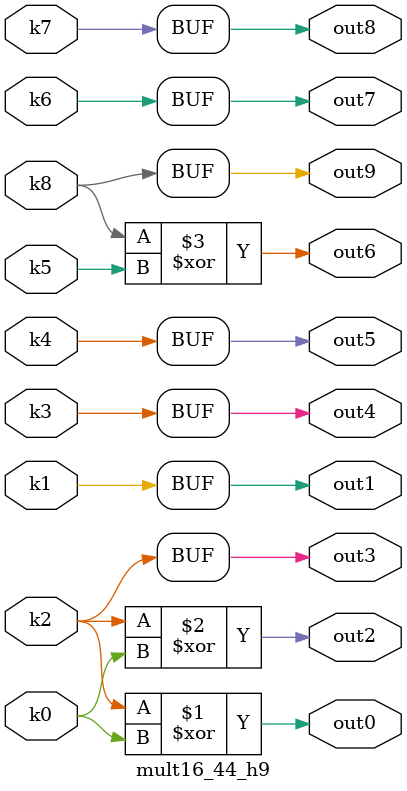
<source format=v>
module mult16_44(pi00, pi01, pi02, pi03, pi04, pi05, pi06, pi07, pi08, pi09, pi10, pi11, pi12, pi13, po00, po01, po02, po03, po04, po05, po06, po07, po08, po09);
input pi00, pi01, pi02, pi03, pi04, pi05, pi06, pi07, pi08, pi09, pi10, pi11, pi12, pi13;
output po00, po01, po02, po03, po04, po05, po06, po07, po08, po09;
wire k0, k1, k2, k3, k4, k5, k6, k7, k8;
mult16_44_w9 DUT1 (pi00, pi01, pi02, pi03, pi04, pi05, pi06, pi07, pi08, pi09, pi10, pi11, pi12, pi13, k0, k1, k2, k3, k4, k5, k6, k7, k8);
mult16_44_h9 DUT2 (k0, k1, k2, k3, k4, k5, k6, k7, k8, po00, po01, po02, po03, po04, po05, po06, po07, po08, po09);
endmodule

module mult16_44_w9(in13, in12, in11, in10, in9, in8, in7, in6, in5, in4, in3, in2, in1, in0, k8, k7, k6, k5, k4, k3, k2, k1, k0);
input in13, in12, in11, in10, in9, in8, in7, in6, in5, in4, in3, in2, in1, in0;
output k8, k7, k6, k5, k4, k3, k2, k1, k0;
assign k0 =   (~in12 | (~in6 & (~in7 | ((~in11 | ~in8) & (~in9 | ~in10))))) & in0 & (~in11 | ~in8 | ~in9 | ~in10);
assign k1 =   (in4 & ((in1 & ((~in3 & ((((in11 & in2 & in6) | (~in2 & ~in6)) & (~in7 | ~in10 | ~in8)) | (~in2 & (~in11 | (in7 & in10 & in8 & in6))))) | (~in6 & ((in7 & in11 & (in3 | (in10 & in8 & in2))) | (in10 & in8 & in3))) | (in10 & in8 & ~in11 & in3))) | (in11 & ((in7 & ~in6 & ((in10 & in8 & in3) | (~in2 & ~in3 & ~in1))) | (in6 & (((~in10 | ~in8) & ((~in7 & (in3 | (~in2 & ~in1))) | (in3 & ~in1))) | (~in1 & ((~in7 & in3) | (in10 & in8 & in2 & ~in3))))))) | (~in3 & ~in1 & ((in7 & in2 & in6 & (~in10 | ~in8)) | (~in2 & ~in6 & in10 & in8))))) | (~in4 & ((((~in3 & ~in1) | (~in2 & in3 & in1)) & (~in11 | (in7 & in10 & in8 & in6) | (~in6 & (~in7 | ~in10 | ~in8)))) | (~in1 & (in2 ? ((in10 & in8) ? (in11 & in6 & in3) : (~in11 | (~in7 & ~in6) | (in7 & in6 & in3))) : ((in10 & in8 & (~in11 | (~in6 & in3))) | (~in6 & in3 & in7 & in11)))) | ((~in10 | ~in8) & ((in6 & in1 & ((in11 & in2 & in3) | (in7 & ~in3))) | (~in3 & (~in11 | (~in7 & ~in6))))) | (in11 & in6 & in1 & ((~in7 & in2 & in3) | (in10 & in8 & ~in3))))) | (in10 & in8 & ((in7 & in11 & in2 & ~in6 & in3 & in1) | (~in3 & ~in1 & ~in11 & ~in2))) | (~in1 & (~in10 | ~in8) & ((~in7 & ((in6 & in3 & in11 & ~in2) | (in2 & ~in6 & ~in3))) | (~in11 & in2 & ~in3)));
assign k2 =   ((~in11 | ~in8 | ~in10 | ~in9) & ((~in7 & ((in12 & in6 & in0) | (~in6 & ~in0))) | (~in12 & ~in0))) | (((in12 & in6 & in0) | (~in6 & ~in0)) & (~in11 | ~in8) & (~in10 | ~in9)) | (in7 & ((in12 & ~in6 & in0 & ((in11 & in8) | (in10 & in9))) | (in6 & ~in0 & ((in11 & in8 & (~in10 | ~in9)) | (in10 & in9 & (~in11 | ~in8)))))) | (in11 & in8 & in10 & in9 & ((in0 & (~in12 | ~in6)) | (in12 & in6 & ~in0)));
assign k3 =   ((in2 ^ in1) & (((~in4 ^ in3) & ((in10 & in8) ^ (~in11 | ~in7))) | ((in4 ^ in3) & ((in11 & in7 & (~in10 | ~in8)) | (in10 & in8 & (~in11 | ~in7)))))) | ((~in2 ^ in1) & ((((in10 & in8) ^ (~in11 | ~in7)) & (in4 ^ in3)) | ((~in4 ^ in3) & ((in11 & in7 & (~in10 | ~in8)) | (in10 & in8 & (~in11 | ~in7))))));
assign k4 =   in2 & (((~in10 | ~in8) & ((in1 & (~in11 | ~in7)) | (in11 & in7 & ~in1))) | (in10 & in8 & ((~in1 & (~in11 | ~in7)) | (in11 & in7 & in1))));
assign k5 =   ~in5 & (~in7 | ~in13) & (~in11 | ~in9);
assign k6 =   in13 & in6;
assign k7 =   ((~in10 | ~in9) & ((in12 & in7 & (~in11 | ~in8)) | (in11 & in8 & (~in12 | ~in7)))) | (in10 & in9 & (((~in11 | ~in8) & (~in12 | ~in7)) | (in12 & in11 & in8 & in7)));
assign k8 =   ((~in11 | ~in9) & ((in5 & (~in13 | ~in7)) | (in13 & in7 & ~in5))) | (in11 & in9 & ((~in5 & (~in13 | ~in7)) | (in13 & in7 & in5)));
endmodule

module mult16_44_h9(k8, k7, k6, k5, k4, k3, k2, k1, k0, out9, out8, out7, out6, out5, out4, out3, out2, out1, out0);
input k8, k7, k6, k5, k4, k3, k2, k1, k0;
output out9, out8, out7, out6, out5, out4, out3, out2, out1, out0;
assign out0 = k2 ^ k0;
assign out1 = k1;
assign out2 = k2 ^ k0;
assign out3 = k2;
assign out4 = k3;
assign out5 = k4;
assign out6 = k8 ^ k5;
assign out7 = k6;
assign out8 = k7;
assign out9 = k8;
endmodule

</source>
